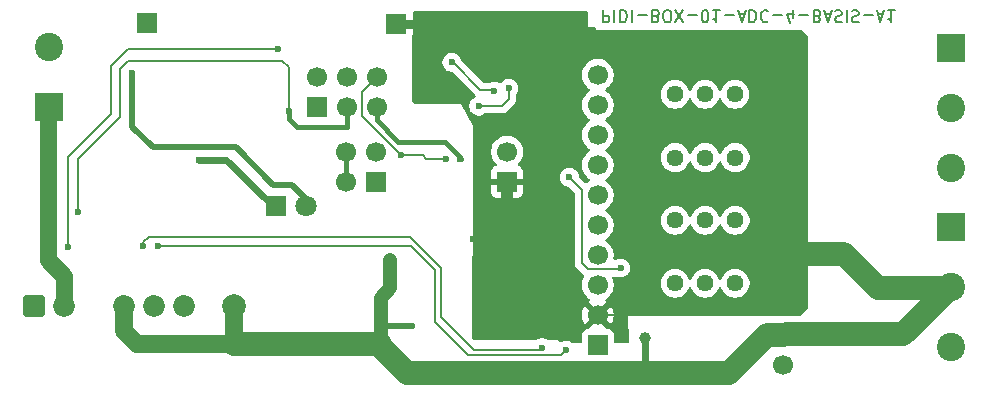
<source format=gbr>
%TF.GenerationSoftware,KiCad,Pcbnew,9.0.6-rc1*%
%TF.CreationDate,2025-10-23T11:59:12+01:00*%
%TF.ProjectId,PIDI-BOX-01-ADC-4-MAIN-A1,50494449-2d42-44f5-982d-30312d414443,rev?*%
%TF.SameCoordinates,Original*%
%TF.FileFunction,Copper,L2,Bot*%
%TF.FilePolarity,Positive*%
%FSLAX46Y46*%
G04 Gerber Fmt 4.6, Leading zero omitted, Abs format (unit mm)*
G04 Created by KiCad (PCBNEW 9.0.6-rc1) date 2025-10-23 11:59:12*
%MOMM*%
%LPD*%
G01*
G04 APERTURE LIST*
G04 Aperture macros list*
%AMRoundRect*
0 Rectangle with rounded corners*
0 $1 Rounding radius*
0 $2 $3 $4 $5 $6 $7 $8 $9 X,Y pos of 4 corners*
0 Add a 4 corners polygon primitive as box body*
4,1,4,$2,$3,$4,$5,$6,$7,$8,$9,$2,$3,0*
0 Add four circle primitives for the rounded corners*
1,1,$1+$1,$2,$3*
1,1,$1+$1,$4,$5*
1,1,$1+$1,$6,$7*
1,1,$1+$1,$8,$9*
0 Add four rect primitives between the rounded corners*
20,1,$1+$1,$2,$3,$4,$5,0*
20,1,$1+$1,$4,$5,$6,$7,0*
20,1,$1+$1,$6,$7,$8,$9,0*
20,1,$1+$1,$8,$9,$2,$3,0*%
G04 Aperture macros list end*
%ADD10C,0.150000*%
%TA.AperFunction,NonConductor*%
%ADD11C,0.150000*%
%TD*%
%TA.AperFunction,ComponentPad*%
%ADD12R,1.800000X1.800000*%
%TD*%
%TA.AperFunction,ComponentPad*%
%ADD13C,1.800000*%
%TD*%
%TA.AperFunction,ComponentPad*%
%ADD14R,1.700000X1.700000*%
%TD*%
%TA.AperFunction,ComponentPad*%
%ADD15C,1.700000*%
%TD*%
%TA.AperFunction,ComponentPad*%
%ADD16R,2.400000X2.400000*%
%TD*%
%TA.AperFunction,ComponentPad*%
%ADD17C,2.400000*%
%TD*%
%TA.AperFunction,ComponentPad*%
%ADD18C,1.440000*%
%TD*%
%TA.AperFunction,ComponentPad*%
%ADD19RoundRect,0.250000X0.675000X-0.675000X0.675000X0.675000X-0.675000X0.675000X-0.675000X-0.675000X0*%
%TD*%
%TA.AperFunction,ComponentPad*%
%ADD20C,1.850000*%
%TD*%
%TA.AperFunction,ViaPad*%
%ADD21C,1.000000*%
%TD*%
%TA.AperFunction,ViaPad*%
%ADD22C,2.000000*%
%TD*%
%TA.AperFunction,ViaPad*%
%ADD23C,0.600000*%
%TD*%
%TA.AperFunction,Conductor*%
%ADD24C,2.000000*%
%TD*%
%TA.AperFunction,Conductor*%
%ADD25C,0.400000*%
%TD*%
%TA.AperFunction,Conductor*%
%ADD26C,1.000000*%
%TD*%
%TA.AperFunction,Conductor*%
%ADD27C,1.500000*%
%TD*%
%TA.AperFunction,Conductor*%
%ADD28C,0.300000*%
%TD*%
%TA.AperFunction,Conductor*%
%ADD29C,0.200000*%
%TD*%
%TA.AperFunction,Conductor*%
%ADD30C,0.800000*%
%TD*%
%TA.AperFunction,Conductor*%
%ADD31C,1.200000*%
%TD*%
%TA.AperFunction,Conductor*%
%ADD32C,0.600000*%
%TD*%
%TA.AperFunction,Conductor*%
%ADD33C,0.500000*%
%TD*%
%TA.AperFunction,Conductor*%
%ADD34C,1.400000*%
%TD*%
G04 APERTURE END LIST*
D10*
D11*
X158686779Y-56630180D02*
X158686779Y-57630180D01*
X158686779Y-57630180D02*
X159067731Y-57630180D01*
X159067731Y-57630180D02*
X159162969Y-57582561D01*
X159162969Y-57582561D02*
X159210588Y-57534942D01*
X159210588Y-57534942D02*
X159258207Y-57439704D01*
X159258207Y-57439704D02*
X159258207Y-57296847D01*
X159258207Y-57296847D02*
X159210588Y-57201609D01*
X159210588Y-57201609D02*
X159162969Y-57153990D01*
X159162969Y-57153990D02*
X159067731Y-57106371D01*
X159067731Y-57106371D02*
X158686779Y-57106371D01*
X159686779Y-56630180D02*
X159686779Y-57630180D01*
X160162969Y-56630180D02*
X160162969Y-57630180D01*
X160162969Y-57630180D02*
X160401064Y-57630180D01*
X160401064Y-57630180D02*
X160543921Y-57582561D01*
X160543921Y-57582561D02*
X160639159Y-57487323D01*
X160639159Y-57487323D02*
X160686778Y-57392085D01*
X160686778Y-57392085D02*
X160734397Y-57201609D01*
X160734397Y-57201609D02*
X160734397Y-57058752D01*
X160734397Y-57058752D02*
X160686778Y-56868276D01*
X160686778Y-56868276D02*
X160639159Y-56773038D01*
X160639159Y-56773038D02*
X160543921Y-56677800D01*
X160543921Y-56677800D02*
X160401064Y-56630180D01*
X160401064Y-56630180D02*
X160162969Y-56630180D01*
X161162969Y-56630180D02*
X161162969Y-57630180D01*
X161639159Y-57011133D02*
X162401064Y-57011133D01*
X163210587Y-57153990D02*
X163353444Y-57106371D01*
X163353444Y-57106371D02*
X163401063Y-57058752D01*
X163401063Y-57058752D02*
X163448682Y-56963514D01*
X163448682Y-56963514D02*
X163448682Y-56820657D01*
X163448682Y-56820657D02*
X163401063Y-56725419D01*
X163401063Y-56725419D02*
X163353444Y-56677800D01*
X163353444Y-56677800D02*
X163258206Y-56630180D01*
X163258206Y-56630180D02*
X162877254Y-56630180D01*
X162877254Y-56630180D02*
X162877254Y-57630180D01*
X162877254Y-57630180D02*
X163210587Y-57630180D01*
X163210587Y-57630180D02*
X163305825Y-57582561D01*
X163305825Y-57582561D02*
X163353444Y-57534942D01*
X163353444Y-57534942D02*
X163401063Y-57439704D01*
X163401063Y-57439704D02*
X163401063Y-57344466D01*
X163401063Y-57344466D02*
X163353444Y-57249228D01*
X163353444Y-57249228D02*
X163305825Y-57201609D01*
X163305825Y-57201609D02*
X163210587Y-57153990D01*
X163210587Y-57153990D02*
X162877254Y-57153990D01*
X164067730Y-57630180D02*
X164258206Y-57630180D01*
X164258206Y-57630180D02*
X164353444Y-57582561D01*
X164353444Y-57582561D02*
X164448682Y-57487323D01*
X164448682Y-57487323D02*
X164496301Y-57296847D01*
X164496301Y-57296847D02*
X164496301Y-56963514D01*
X164496301Y-56963514D02*
X164448682Y-56773038D01*
X164448682Y-56773038D02*
X164353444Y-56677800D01*
X164353444Y-56677800D02*
X164258206Y-56630180D01*
X164258206Y-56630180D02*
X164067730Y-56630180D01*
X164067730Y-56630180D02*
X163972492Y-56677800D01*
X163972492Y-56677800D02*
X163877254Y-56773038D01*
X163877254Y-56773038D02*
X163829635Y-56963514D01*
X163829635Y-56963514D02*
X163829635Y-57296847D01*
X163829635Y-57296847D02*
X163877254Y-57487323D01*
X163877254Y-57487323D02*
X163972492Y-57582561D01*
X163972492Y-57582561D02*
X164067730Y-57630180D01*
X164829635Y-57630180D02*
X165496301Y-56630180D01*
X165496301Y-57630180D02*
X164829635Y-56630180D01*
X165877254Y-57011133D02*
X166639159Y-57011133D01*
X167305825Y-57630180D02*
X167401063Y-57630180D01*
X167401063Y-57630180D02*
X167496301Y-57582561D01*
X167496301Y-57582561D02*
X167543920Y-57534942D01*
X167543920Y-57534942D02*
X167591539Y-57439704D01*
X167591539Y-57439704D02*
X167639158Y-57249228D01*
X167639158Y-57249228D02*
X167639158Y-57011133D01*
X167639158Y-57011133D02*
X167591539Y-56820657D01*
X167591539Y-56820657D02*
X167543920Y-56725419D01*
X167543920Y-56725419D02*
X167496301Y-56677800D01*
X167496301Y-56677800D02*
X167401063Y-56630180D01*
X167401063Y-56630180D02*
X167305825Y-56630180D01*
X167305825Y-56630180D02*
X167210587Y-56677800D01*
X167210587Y-56677800D02*
X167162968Y-56725419D01*
X167162968Y-56725419D02*
X167115349Y-56820657D01*
X167115349Y-56820657D02*
X167067730Y-57011133D01*
X167067730Y-57011133D02*
X167067730Y-57249228D01*
X167067730Y-57249228D02*
X167115349Y-57439704D01*
X167115349Y-57439704D02*
X167162968Y-57534942D01*
X167162968Y-57534942D02*
X167210587Y-57582561D01*
X167210587Y-57582561D02*
X167305825Y-57630180D01*
X168591539Y-56630180D02*
X168020111Y-56630180D01*
X168305825Y-56630180D02*
X168305825Y-57630180D01*
X168305825Y-57630180D02*
X168210587Y-57487323D01*
X168210587Y-57487323D02*
X168115349Y-57392085D01*
X168115349Y-57392085D02*
X168020111Y-57344466D01*
X169020111Y-57011133D02*
X169782016Y-57011133D01*
X170210587Y-56915895D02*
X170686777Y-56915895D01*
X170115349Y-56630180D02*
X170448682Y-57630180D01*
X170448682Y-57630180D02*
X170782015Y-56630180D01*
X171115349Y-56630180D02*
X171115349Y-57630180D01*
X171115349Y-57630180D02*
X171353444Y-57630180D01*
X171353444Y-57630180D02*
X171496301Y-57582561D01*
X171496301Y-57582561D02*
X171591539Y-57487323D01*
X171591539Y-57487323D02*
X171639158Y-57392085D01*
X171639158Y-57392085D02*
X171686777Y-57201609D01*
X171686777Y-57201609D02*
X171686777Y-57058752D01*
X171686777Y-57058752D02*
X171639158Y-56868276D01*
X171639158Y-56868276D02*
X171591539Y-56773038D01*
X171591539Y-56773038D02*
X171496301Y-56677800D01*
X171496301Y-56677800D02*
X171353444Y-56630180D01*
X171353444Y-56630180D02*
X171115349Y-56630180D01*
X172686777Y-56725419D02*
X172639158Y-56677800D01*
X172639158Y-56677800D02*
X172496301Y-56630180D01*
X172496301Y-56630180D02*
X172401063Y-56630180D01*
X172401063Y-56630180D02*
X172258206Y-56677800D01*
X172258206Y-56677800D02*
X172162968Y-56773038D01*
X172162968Y-56773038D02*
X172115349Y-56868276D01*
X172115349Y-56868276D02*
X172067730Y-57058752D01*
X172067730Y-57058752D02*
X172067730Y-57201609D01*
X172067730Y-57201609D02*
X172115349Y-57392085D01*
X172115349Y-57392085D02*
X172162968Y-57487323D01*
X172162968Y-57487323D02*
X172258206Y-57582561D01*
X172258206Y-57582561D02*
X172401063Y-57630180D01*
X172401063Y-57630180D02*
X172496301Y-57630180D01*
X172496301Y-57630180D02*
X172639158Y-57582561D01*
X172639158Y-57582561D02*
X172686777Y-57534942D01*
X173115349Y-57011133D02*
X173877254Y-57011133D01*
X174782015Y-57296847D02*
X174782015Y-56630180D01*
X174543920Y-57677800D02*
X174305825Y-56963514D01*
X174305825Y-56963514D02*
X174924872Y-56963514D01*
X175305825Y-57011133D02*
X176067730Y-57011133D01*
X176877253Y-57153990D02*
X177020110Y-57106371D01*
X177020110Y-57106371D02*
X177067729Y-57058752D01*
X177067729Y-57058752D02*
X177115348Y-56963514D01*
X177115348Y-56963514D02*
X177115348Y-56820657D01*
X177115348Y-56820657D02*
X177067729Y-56725419D01*
X177067729Y-56725419D02*
X177020110Y-56677800D01*
X177020110Y-56677800D02*
X176924872Y-56630180D01*
X176924872Y-56630180D02*
X176543920Y-56630180D01*
X176543920Y-56630180D02*
X176543920Y-57630180D01*
X176543920Y-57630180D02*
X176877253Y-57630180D01*
X176877253Y-57630180D02*
X176972491Y-57582561D01*
X176972491Y-57582561D02*
X177020110Y-57534942D01*
X177020110Y-57534942D02*
X177067729Y-57439704D01*
X177067729Y-57439704D02*
X177067729Y-57344466D01*
X177067729Y-57344466D02*
X177020110Y-57249228D01*
X177020110Y-57249228D02*
X176972491Y-57201609D01*
X176972491Y-57201609D02*
X176877253Y-57153990D01*
X176877253Y-57153990D02*
X176543920Y-57153990D01*
X177496301Y-56915895D02*
X177972491Y-56915895D01*
X177401063Y-56630180D02*
X177734396Y-57630180D01*
X177734396Y-57630180D02*
X178067729Y-56630180D01*
X178353444Y-56677800D02*
X178496301Y-56630180D01*
X178496301Y-56630180D02*
X178734396Y-56630180D01*
X178734396Y-56630180D02*
X178829634Y-56677800D01*
X178829634Y-56677800D02*
X178877253Y-56725419D01*
X178877253Y-56725419D02*
X178924872Y-56820657D01*
X178924872Y-56820657D02*
X178924872Y-56915895D01*
X178924872Y-56915895D02*
X178877253Y-57011133D01*
X178877253Y-57011133D02*
X178829634Y-57058752D01*
X178829634Y-57058752D02*
X178734396Y-57106371D01*
X178734396Y-57106371D02*
X178543920Y-57153990D01*
X178543920Y-57153990D02*
X178448682Y-57201609D01*
X178448682Y-57201609D02*
X178401063Y-57249228D01*
X178401063Y-57249228D02*
X178353444Y-57344466D01*
X178353444Y-57344466D02*
X178353444Y-57439704D01*
X178353444Y-57439704D02*
X178401063Y-57534942D01*
X178401063Y-57534942D02*
X178448682Y-57582561D01*
X178448682Y-57582561D02*
X178543920Y-57630180D01*
X178543920Y-57630180D02*
X178782015Y-57630180D01*
X178782015Y-57630180D02*
X178924872Y-57582561D01*
X179353444Y-56630180D02*
X179353444Y-57630180D01*
X179782015Y-56677800D02*
X179924872Y-56630180D01*
X179924872Y-56630180D02*
X180162967Y-56630180D01*
X180162967Y-56630180D02*
X180258205Y-56677800D01*
X180258205Y-56677800D02*
X180305824Y-56725419D01*
X180305824Y-56725419D02*
X180353443Y-56820657D01*
X180353443Y-56820657D02*
X180353443Y-56915895D01*
X180353443Y-56915895D02*
X180305824Y-57011133D01*
X180305824Y-57011133D02*
X180258205Y-57058752D01*
X180258205Y-57058752D02*
X180162967Y-57106371D01*
X180162967Y-57106371D02*
X179972491Y-57153990D01*
X179972491Y-57153990D02*
X179877253Y-57201609D01*
X179877253Y-57201609D02*
X179829634Y-57249228D01*
X179829634Y-57249228D02*
X179782015Y-57344466D01*
X179782015Y-57344466D02*
X179782015Y-57439704D01*
X179782015Y-57439704D02*
X179829634Y-57534942D01*
X179829634Y-57534942D02*
X179877253Y-57582561D01*
X179877253Y-57582561D02*
X179972491Y-57630180D01*
X179972491Y-57630180D02*
X180210586Y-57630180D01*
X180210586Y-57630180D02*
X180353443Y-57582561D01*
X180782015Y-57011133D02*
X181543920Y-57011133D01*
X181972491Y-56915895D02*
X182448681Y-56915895D01*
X181877253Y-56630180D02*
X182210586Y-57630180D01*
X182210586Y-57630180D02*
X182543919Y-56630180D01*
X183401062Y-56630180D02*
X182829634Y-56630180D01*
X183115348Y-56630180D02*
X183115348Y-57630180D01*
X183115348Y-57630180D02*
X183020110Y-57487323D01*
X183020110Y-57487323D02*
X182924872Y-57392085D01*
X182924872Y-57392085D02*
X182829634Y-57344466D01*
D12*
%TO.P,D3,1,K*%
%TO.N,Net-(D2-K)*%
X131030000Y-73200000D03*
D13*
%TO.P,D3,2,A*%
%TO.N,Net-(D3-A)*%
X133570000Y-73200000D03*
%TD*%
D14*
%TO.P,J10,1,Pin_1*%
%TO.N,Net-(D2-K)*%
X120075000Y-57750000D03*
%TD*%
%TO.P,J1,1,Pin_1*%
%TO.N,+3V3*%
X158275000Y-84975000D03*
D15*
%TO.P,J1,2,Pin_2*%
%TO.N,GND*%
X158275000Y-82435000D03*
%TO.P,J1,3,Pin_3*%
%TO.N,SCL2*%
X158275000Y-79895000D03*
%TO.P,J1,4,Pin_4*%
%TO.N,SDA2*%
X158275000Y-77355000D03*
%TO.P,J1,5,Pin_5*%
%TO.N,ADDR*%
X158275000Y-74815000D03*
%TO.P,J1,6,Pin_6*%
%TO.N,RDY*%
X158275000Y-72275000D03*
%TO.P,J1,7,Pin_7*%
%TO.N,AIN0*%
X158275000Y-69735000D03*
%TO.P,J1,8,Pin_8*%
%TO.N,AIN1*%
X158275000Y-67195000D03*
%TO.P,J1,9,Pin_9*%
%TO.N,AIN2*%
X158275000Y-64655000D03*
%TO.P,J1,10,Pin_10*%
%TO.N,AIN3*%
X158275000Y-62115000D03*
%TD*%
D16*
%TO.P,J6,1,1*%
%TO.N,Net-(J6-Pad1)*%
X188163200Y-59791600D03*
D17*
%TO.P,J6,2,2*%
%TO.N,Net-(J6-Pad2)*%
X188163200Y-64871600D03*
%TO.P,J6,3,3*%
%TO.N,Net-(J6-Pad3)*%
X188163200Y-69951600D03*
%TD*%
D16*
%TO.P,J7,1,1*%
%TO.N,Net-(J7-Pad1)*%
X188163200Y-74980800D03*
D17*
%TO.P,J7,2,2*%
%TO.N,GND*%
X188163200Y-80060800D03*
%TO.P,J7,3,3*%
%TO.N,+4-7Vext*%
X188163200Y-85140800D03*
%TD*%
D14*
%TO.P,J3,1,Pin_1*%
%TO.N,Net-(J3-Pin_1)*%
X139500000Y-71150000D03*
D15*
%TO.P,J3,2,Pin_2*%
%TO.N,Net-(J3-Pin_2)*%
X136960000Y-71150000D03*
%TO.P,J3,3,Pin_3*%
%TO.N,Net-(J3-Pin_3)*%
X139500000Y-68610000D03*
%TO.P,J3,4,Pin_4*%
%TO.N,Net-(J3-Pin_2)*%
X136960000Y-68610000D03*
%TD*%
D16*
%TO.P,J8,1,1*%
%TO.N,Net-(D2-K)*%
X111810800Y-64820800D03*
D17*
%TO.P,J8,2,2*%
%TO.N,Net-(D4-A)*%
X111810800Y-59740800D03*
%TD*%
D14*
%TO.P,J9,1,Pin_1*%
%TO.N,GND*%
X141150000Y-57800000D03*
%TD*%
%TO.P,J5,1,Pin_1*%
%TO.N,GND*%
X150597000Y-71150800D03*
D15*
%TO.P,J5,2,Pin_2*%
%TO.N,ADDR*%
X150597000Y-68610800D03*
%TD*%
D18*
%TO.P,RV3,1,1*%
%TO.N,Net-(R21-Pad2)*%
X164820000Y-69100000D03*
%TO.P,RV3,2,2*%
%TO.N,Net-(R12-Pad1)*%
X167360000Y-69100000D03*
%TO.P,RV3,3,3*%
%TO.N,Net-(R16-Pad1)*%
X169900000Y-69100000D03*
%TD*%
D19*
%TO.P,PS1,1,+Vin*%
%TO.N,Net-(PS1-+Vin)*%
X110580000Y-81667500D03*
D20*
%TO.P,PS1,2,-Vin*%
%TO.N,Net-(D2-K)*%
X113120000Y-81667500D03*
%TO.P,PS1,4,-Vout*%
%TO.N,GND*%
X118200000Y-81667500D03*
%TO.P,PS1,5,0V*%
%TO.N,unconnected-(PS1-0V-Pad5)*%
X120740000Y-81667500D03*
%TO.P,PS1,6,+Vout*%
%TO.N,+9V*%
X123280000Y-81667500D03*
%TD*%
D18*
%TO.P,RV4,1,1*%
%TO.N,Net-(R22-Pad2)*%
X164820000Y-74425000D03*
%TO.P,RV4,2,2*%
%TO.N,Net-(R13-Pad1)*%
X167360000Y-74425000D03*
%TO.P,RV4,3,3*%
%TO.N,Net-(R17-Pad1)*%
X169900000Y-74425000D03*
%TD*%
D14*
%TO.P,J2,1,Pin_1*%
%TO.N,/+5V I2C BUS*%
X134467600Y-64846200D03*
D15*
%TO.P,J2,2,Pin_2*%
%TO.N,Net-(J2-Pin_2)*%
X134467600Y-62306200D03*
%TO.P,J2,3,Pin_3*%
%TO.N,Net-(IC1-E)*%
X137007600Y-64846200D03*
%TO.P,J2,4,Pin_4*%
%TO.N,Net-(J2-Pin_4)*%
X137007600Y-62306200D03*
%TO.P,J2,5,Pin_5*%
%TO.N,Net-(IC1-E)*%
X139547600Y-64846200D03*
%TO.P,J2,6,Pin_6*%
%TO.N,Net-(J2-Pin_6)*%
X139547600Y-62306200D03*
%TD*%
D18*
%TO.P,RV5,1,1*%
%TO.N,Net-(R23-Pad2)*%
X164820000Y-79750000D03*
%TO.P,RV5,2,2*%
%TO.N,Net-(R14-Pad1)*%
X167360000Y-79750000D03*
%TO.P,RV5,3,3*%
%TO.N,Net-(R18-Pad1)*%
X169900000Y-79750000D03*
%TD*%
D14*
%TO.P,J4,1,Pin_1*%
%TO.N,GND*%
X173939200Y-84099400D03*
D15*
%TO.P,J4,2,Pin_2*%
%TO.N,+4-7Vext*%
X173939200Y-86639400D03*
%TD*%
D18*
%TO.P,RV2,1,1*%
%TO.N,Net-(R20-Pad2)*%
X164810000Y-63750000D03*
%TO.P,RV2,2,2*%
%TO.N,Net-(R11-Pad1)*%
X167350000Y-63750000D03*
%TO.P,RV2,3,3*%
%TO.N,Net-(R15-Pad1)*%
X169890000Y-63750000D03*
%TD*%
D21*
%TO.N,GND*%
X162250000Y-84375000D03*
D22*
X127450000Y-81700000D03*
D23*
X154381200Y-66450000D03*
X147764800Y-60121800D03*
X147725000Y-75975000D03*
X162382200Y-80568800D03*
X154800000Y-72850000D03*
X161569400Y-58801000D03*
X162433000Y-74003200D03*
X142525000Y-83350000D03*
X162433000Y-67577000D03*
D21*
X151800000Y-81575000D03*
D23*
X140683000Y-77775000D03*
X154414789Y-60737714D03*
D21*
X150350000Y-76350000D03*
D23*
%TO.N,Net-(IC1-E)*%
X114225000Y-73750000D03*
X146650000Y-69250000D03*
X132125000Y-65200000D03*
%TO.N,Net-(D2-K)*%
X124484200Y-69265800D03*
%TO.N,Net-(J2-Pin_6)*%
X145450000Y-69250000D03*
X141625000Y-68925000D03*
%TO.N,Net-(IC1-C)*%
X113450000Y-76700000D03*
X131200000Y-59875675D03*
%TO.N,SDA2*%
X145925000Y-61037500D03*
X149525000Y-63475000D03*
%TO.N,+3V3*%
X150750000Y-63250000D03*
X148200000Y-64743000D03*
%TO.N,Net-(D3-A)*%
X118850000Y-61927000D03*
%TO.N,Net-(IC1-Pad1)*%
X153550000Y-85200000D03*
X119800000Y-76600000D03*
%TO.N,Net-(Q1-C)*%
X155875000Y-70775000D03*
X121000000Y-76550000D03*
X160200000Y-78450000D03*
X155625000Y-85425000D03*
%TD*%
D24*
%TO.N,GND*%
X174218600Y-84074000D02*
X184150000Y-84074000D01*
D25*
X147725000Y-75975000D02*
X148100000Y-76350000D01*
D24*
X127450000Y-84850000D02*
X139637800Y-84850000D01*
D26*
X148500000Y-83750000D02*
X148700000Y-83550000D01*
D25*
X148900000Y-59325000D02*
X149144600Y-59080400D01*
D24*
X142112800Y-87325000D02*
X139700000Y-84912200D01*
D27*
X162433000Y-67577000D02*
X162433000Y-74003200D01*
D28*
X150617000Y-71170800D02*
X150597000Y-71150800D01*
D29*
X158425000Y-82500000D02*
X158490000Y-82435000D01*
D28*
X154699000Y-58801000D02*
X161569400Y-58801000D01*
D30*
X148500000Y-83750000D02*
X148900000Y-83750000D01*
D27*
X118200000Y-83750000D02*
X118200000Y-81667500D01*
D28*
X162382200Y-80568800D02*
X162433000Y-80518000D01*
D31*
X140683000Y-77775000D02*
X140700000Y-77792000D01*
D29*
X160516000Y-82435000D02*
X162382200Y-80568800D01*
D30*
X147375000Y-57800000D02*
X148900000Y-59325000D01*
D25*
X148900000Y-59850000D02*
X148900000Y-59325000D01*
D24*
X179104000Y-77250000D02*
X163483000Y-77250000D01*
D25*
X147764800Y-60121800D02*
X148628200Y-60121800D01*
D31*
X140700000Y-77792000D02*
X140700000Y-80158200D01*
D27*
X162433000Y-80518000D02*
X162433000Y-74003200D01*
D32*
X162250000Y-84375000D02*
X162250000Y-87325000D01*
D24*
X173939200Y-84099400D02*
X172593000Y-84099400D01*
D28*
X154400000Y-59100000D02*
X154699000Y-58801000D01*
D24*
X184150000Y-84074000D02*
X188163200Y-80060800D01*
D28*
X154381200Y-70993000D02*
X154203400Y-71170800D01*
D29*
X154800000Y-72850000D02*
X154203400Y-72253400D01*
D26*
X151800000Y-81575000D02*
X150597000Y-80372000D01*
D33*
X142525000Y-83350000D02*
X139883000Y-83350000D01*
D28*
X154400000Y-59100000D02*
X154381200Y-59118800D01*
D31*
X139883000Y-84836000D02*
X139806800Y-84912200D01*
D27*
X127450000Y-81700000D02*
X127450000Y-84850000D01*
D24*
X139744600Y-84850000D02*
X139806800Y-84912200D01*
D25*
X149144600Y-59080400D02*
X154380400Y-59080400D01*
D24*
X163483000Y-77250000D02*
X162433000Y-76200000D01*
D29*
X154203400Y-72253400D02*
X154203400Y-71170800D01*
D24*
X172593000Y-84099400D02*
X169367400Y-87325000D01*
X169367400Y-87325000D02*
X142112800Y-87325000D01*
D28*
X162433000Y-67577000D02*
X162407600Y-67551600D01*
D31*
X139883000Y-80975200D02*
X139883000Y-83350000D01*
D24*
X181965600Y-80111600D02*
X179104000Y-77250000D01*
D28*
X154381200Y-59118800D02*
X154381200Y-66450000D01*
D26*
X150597000Y-80372000D02*
X150597000Y-71150800D01*
D30*
X141150000Y-57800000D02*
X147375000Y-57800000D01*
D27*
X119300000Y-84850000D02*
X118200000Y-83750000D01*
D25*
X154380400Y-59080400D02*
X154400000Y-59100000D01*
D29*
X158490000Y-82435000D02*
X160516000Y-82435000D01*
D28*
X154203400Y-71170800D02*
X150617000Y-71170800D01*
X154381200Y-66450000D02*
X154381200Y-70993000D01*
D25*
X148628200Y-60121800D02*
X148900000Y-59850000D01*
D31*
X139883000Y-83350000D02*
X139883000Y-84836000D01*
X140700000Y-80158200D02*
X139883000Y-80975200D01*
D24*
X188112400Y-80111600D02*
X181965600Y-80111600D01*
D27*
X162407600Y-67551600D02*
X162407600Y-59639200D01*
X127450000Y-84850000D02*
X119300000Y-84850000D01*
D26*
X188163200Y-80060800D02*
X188112400Y-80111600D01*
D30*
X162407600Y-59639200D02*
X161569400Y-58801000D01*
D25*
X148100000Y-76350000D02*
X150350000Y-76350000D01*
%TO.N,Net-(J3-Pin_2)*%
X136960000Y-68610000D02*
X136960000Y-71150000D01*
D29*
%TO.N,Net-(IC1-E)*%
X131575000Y-60900000D02*
X132125000Y-61450000D01*
X118500000Y-60900000D02*
X131575000Y-60900000D01*
D25*
X146650000Y-69050000D02*
X146650000Y-69250000D01*
D29*
X117800000Y-65650000D02*
X117800000Y-61600000D01*
X114250000Y-69200000D02*
X117800000Y-65650000D01*
X132125000Y-61450000D02*
X132125000Y-65200000D01*
X114225000Y-73750000D02*
X114250000Y-73725000D01*
D25*
X139547600Y-64846200D02*
X139547600Y-65897600D01*
X137007600Y-66550000D02*
X137007600Y-64846200D01*
D29*
X117800000Y-61600000D02*
X118500000Y-60900000D01*
D25*
X132125000Y-65200000D02*
X132125000Y-65875000D01*
D29*
X114250000Y-73725000D02*
X114250000Y-69200000D01*
D25*
X139547600Y-65897600D02*
X141400000Y-67750000D01*
X141400000Y-67750000D02*
X145350000Y-67750000D01*
X132800000Y-66550000D02*
X137007600Y-66550000D01*
X132125000Y-65875000D02*
X132800000Y-66550000D01*
X145350000Y-67750000D02*
X146650000Y-69050000D01*
X146650000Y-69250000D02*
X146700000Y-69250000D01*
D34*
%TO.N,Net-(D2-K)*%
X113100000Y-81647500D02*
X113120000Y-81667500D01*
X113100000Y-79150000D02*
X113100000Y-81647500D01*
D32*
X130835000Y-73200000D02*
X131030000Y-73200000D01*
X126815800Y-69265800D02*
X130200000Y-72650000D01*
X124484200Y-69265800D02*
X126815800Y-69265800D01*
D34*
X111810800Y-64820800D02*
X111750000Y-64881600D01*
D32*
X130285000Y-72650000D02*
X130835000Y-73200000D01*
X130200000Y-72650000D02*
X130285000Y-72650000D01*
D34*
X111750000Y-64881600D02*
X111750000Y-77800000D01*
X111750000Y-77800000D02*
X113100000Y-79150000D01*
D29*
%TO.N,Net-(J2-Pin_6)*%
X141625000Y-68925000D02*
X138303000Y-65603000D01*
X143439950Y-68925000D02*
X141625000Y-68925000D01*
X138303000Y-65603000D02*
X138303000Y-63550800D01*
X143764950Y-69250000D02*
X143439950Y-68925000D01*
X138303000Y-63550800D02*
X139547600Y-62306200D01*
X145450000Y-69250000D02*
X143950000Y-69250000D01*
X145450000Y-69250000D02*
X143764950Y-69250000D01*
%TO.N,Net-(IC1-C)*%
X117050000Y-65450000D02*
X113450000Y-69050000D01*
X117050000Y-61350000D02*
X117050000Y-65450000D01*
X131200000Y-59875675D02*
X118524325Y-59875675D01*
X118524325Y-59875675D02*
X117050000Y-61350000D01*
X113450000Y-69050000D02*
X113450000Y-76700000D01*
%TO.N,SDA2*%
X145925000Y-61037500D02*
X145987500Y-61037500D01*
X145987500Y-61037500D02*
X148323000Y-63373000D01*
X148323000Y-63373000D02*
X149423000Y-63373000D01*
X149423000Y-63373000D02*
X149525000Y-63475000D01*
%TO.N,+3V3*%
X148200000Y-64743000D02*
X150182000Y-64743000D01*
X150182000Y-64743000D02*
X150750000Y-64175000D01*
X150750000Y-64175000D02*
X150750000Y-63250000D01*
D33*
%TO.N,Net-(D3-A)*%
X133570000Y-73305000D02*
X133525000Y-73350000D01*
X132395000Y-71400000D02*
X133570000Y-72575000D01*
X133570000Y-72575000D02*
X133570000Y-73305000D01*
X118850000Y-61927000D02*
X118850000Y-66500000D01*
X120575000Y-68225000D02*
X127625000Y-68225000D01*
X118850000Y-66500000D02*
X120575000Y-68225000D01*
X127625000Y-68225000D02*
X130800000Y-71400000D01*
X130800000Y-71400000D02*
X132395000Y-71400000D01*
D29*
%TO.N,Net-(IC1-Pad1)*%
X142400000Y-75800000D02*
X120249943Y-75800000D01*
X119800000Y-76249943D02*
X119800000Y-76600000D01*
X145033550Y-78433550D02*
X142400000Y-75800000D01*
X153550000Y-85200000D02*
X153375000Y-85375000D01*
X147775000Y-85375000D02*
X145033550Y-82633550D01*
X145033550Y-82633550D02*
X145033550Y-78433550D01*
X153375000Y-85375000D02*
X147775000Y-85375000D01*
X120249943Y-75800000D02*
X119800000Y-76249943D01*
%TO.N,Net-(Q1-C)*%
X144500000Y-83050000D02*
X144500000Y-78600000D01*
X144500000Y-78600000D02*
X142450000Y-76550000D01*
X155875000Y-70775000D02*
X156925000Y-71825000D01*
X147300000Y-85850000D02*
X144500000Y-83050000D01*
X156925000Y-71825000D02*
X156925000Y-78050000D01*
X157450000Y-78575000D02*
X160075000Y-78575000D01*
X155200000Y-85850000D02*
X147300000Y-85850000D01*
X155625000Y-85425000D02*
X155200000Y-85850000D01*
X142450000Y-76550000D02*
X121000000Y-76550000D01*
X156925000Y-78050000D02*
X157450000Y-78575000D01*
X160075000Y-78575000D02*
X160200000Y-78450000D01*
%TD*%
%TA.AperFunction,Conductor*%
%TO.N,GND*%
G36*
X157393039Y-56719685D02*
G01*
X157438794Y-56772489D01*
X157450000Y-56824000D01*
X157450000Y-58050000D01*
X157982279Y-58050000D01*
X158049318Y-58069685D01*
X158095073Y-58122489D01*
X158106279Y-58174000D01*
X158106279Y-58259155D01*
X175507793Y-58259155D01*
X175574832Y-58278840D01*
X175595474Y-58295474D01*
X176013681Y-58713681D01*
X176047166Y-58775004D01*
X176050000Y-58801362D01*
X176050000Y-81848638D01*
X176030315Y-81915677D01*
X176013681Y-81936319D01*
X175436319Y-82513681D01*
X175374996Y-82547166D01*
X175348638Y-82550000D01*
X160795349Y-82550000D01*
X160891837Y-84624500D01*
X160893965Y-84670239D01*
X160877417Y-84738120D01*
X160826795Y-84786279D01*
X160770099Y-84800000D01*
X160050000Y-84800000D01*
X159749499Y-84800000D01*
X159682460Y-84780315D01*
X159636705Y-84727511D01*
X159625499Y-84676000D01*
X159625499Y-84077129D01*
X159625498Y-84077123D01*
X159625497Y-84077116D01*
X159619091Y-84017517D01*
X159568796Y-83882669D01*
X159568795Y-83882668D01*
X159568793Y-83882664D01*
X159482547Y-83767455D01*
X159482544Y-83767452D01*
X159367335Y-83681206D01*
X159367328Y-83681202D01*
X159232482Y-83630908D01*
X159232483Y-83630908D01*
X159172883Y-83624501D01*
X159172881Y-83624500D01*
X159172873Y-83624500D01*
X159172865Y-83624500D01*
X159162309Y-83624500D01*
X159095270Y-83604815D01*
X159074628Y-83588181D01*
X158404408Y-82917962D01*
X158467993Y-82900925D01*
X158582007Y-82835099D01*
X158675099Y-82742007D01*
X158740925Y-82627993D01*
X158757962Y-82564409D01*
X159390270Y-83196717D01*
X159390270Y-83196716D01*
X159429622Y-83142554D01*
X159526095Y-82953217D01*
X159591757Y-82751130D01*
X159591757Y-82751127D01*
X159625000Y-82541246D01*
X159625000Y-82328753D01*
X159591757Y-82118872D01*
X159591757Y-82118869D01*
X159526095Y-81916782D01*
X159429624Y-81727449D01*
X159390270Y-81673282D01*
X159390269Y-81673282D01*
X158757962Y-82305590D01*
X158740925Y-82242007D01*
X158675099Y-82127993D01*
X158582007Y-82034901D01*
X158467993Y-81969075D01*
X158404409Y-81952037D01*
X159036716Y-81319728D01*
X158982547Y-81280373D01*
X158982547Y-81280372D01*
X158973500Y-81275763D01*
X158922706Y-81227788D01*
X158905912Y-81159966D01*
X158928451Y-81093832D01*
X158973508Y-81054793D01*
X158982816Y-81050051D01*
X159062007Y-80992515D01*
X159154786Y-80925109D01*
X159154788Y-80925106D01*
X159154792Y-80925104D01*
X159305104Y-80774792D01*
X159305106Y-80774788D01*
X159305109Y-80774786D01*
X159430048Y-80602820D01*
X159430047Y-80602820D01*
X159430051Y-80602816D01*
X159526557Y-80413412D01*
X159592246Y-80211243D01*
X159625500Y-80001287D01*
X159625500Y-79788713D01*
X159604155Y-79653945D01*
X163599500Y-79653945D01*
X163599500Y-79846054D01*
X163629553Y-80035802D01*
X163688916Y-80218506D01*
X163688918Y-80218509D01*
X163776135Y-80389681D01*
X163889055Y-80545102D01*
X164024898Y-80680945D01*
X164180319Y-80793865D01*
X164351491Y-80881082D01*
X164351493Y-80881083D01*
X164442845Y-80910764D01*
X164534199Y-80940447D01*
X164723945Y-80970500D01*
X164723946Y-80970500D01*
X164916054Y-80970500D01*
X164916055Y-80970500D01*
X165105801Y-80940447D01*
X165288509Y-80881082D01*
X165459681Y-80793865D01*
X165615102Y-80680945D01*
X165750945Y-80545102D01*
X165863865Y-80389681D01*
X165951082Y-80218509D01*
X165953443Y-80211243D01*
X165972069Y-80153919D01*
X166011506Y-80096243D01*
X166075864Y-80069044D01*
X166144711Y-80080958D01*
X166196187Y-80128202D01*
X166207931Y-80153919D01*
X166228915Y-80218504D01*
X166228918Y-80218509D01*
X166316135Y-80389681D01*
X166429055Y-80545102D01*
X166564898Y-80680945D01*
X166720319Y-80793865D01*
X166891491Y-80881082D01*
X166891493Y-80881083D01*
X166982845Y-80910764D01*
X167074199Y-80940447D01*
X167263945Y-80970500D01*
X167263946Y-80970500D01*
X167456054Y-80970500D01*
X167456055Y-80970500D01*
X167645801Y-80940447D01*
X167828509Y-80881082D01*
X167999681Y-80793865D01*
X168155102Y-80680945D01*
X168290945Y-80545102D01*
X168403865Y-80389681D01*
X168491082Y-80218509D01*
X168493443Y-80211243D01*
X168512069Y-80153919D01*
X168551506Y-80096243D01*
X168615864Y-80069044D01*
X168684711Y-80080958D01*
X168736187Y-80128202D01*
X168747931Y-80153919D01*
X168768915Y-80218504D01*
X168768918Y-80218509D01*
X168856135Y-80389681D01*
X168969055Y-80545102D01*
X169104898Y-80680945D01*
X169260319Y-80793865D01*
X169431491Y-80881082D01*
X169431493Y-80881083D01*
X169522845Y-80910764D01*
X169614199Y-80940447D01*
X169803945Y-80970500D01*
X169803946Y-80970500D01*
X169996054Y-80970500D01*
X169996055Y-80970500D01*
X170185801Y-80940447D01*
X170368509Y-80881082D01*
X170539681Y-80793865D01*
X170695102Y-80680945D01*
X170830945Y-80545102D01*
X170943865Y-80389681D01*
X171031082Y-80218509D01*
X171090447Y-80035801D01*
X171120500Y-79846055D01*
X171120500Y-79653945D01*
X171090447Y-79464199D01*
X171053670Y-79351011D01*
X171031083Y-79281493D01*
X170999617Y-79219738D01*
X170943865Y-79110319D01*
X170830945Y-78954898D01*
X170695102Y-78819055D01*
X170539681Y-78706135D01*
X170495236Y-78683489D01*
X170368506Y-78618916D01*
X170185802Y-78559553D01*
X170090928Y-78544526D01*
X169996055Y-78529500D01*
X169803945Y-78529500D01*
X169752899Y-78537585D01*
X169614197Y-78559553D01*
X169431493Y-78618916D01*
X169260318Y-78706135D01*
X169171645Y-78770560D01*
X169104898Y-78819055D01*
X169104896Y-78819057D01*
X169104895Y-78819057D01*
X168969057Y-78954895D01*
X168969057Y-78954896D01*
X168969055Y-78954898D01*
X168920560Y-79021645D01*
X168856135Y-79110318D01*
X168768916Y-79281493D01*
X168747931Y-79346081D01*
X168708494Y-79403756D01*
X168644135Y-79430955D01*
X168575289Y-79419041D01*
X168523813Y-79371797D01*
X168512069Y-79346081D01*
X168491083Y-79281493D01*
X168459617Y-79219738D01*
X168403865Y-79110319D01*
X168290945Y-78954898D01*
X168155102Y-78819055D01*
X167999681Y-78706135D01*
X167955236Y-78683489D01*
X167828506Y-78618916D01*
X167645802Y-78559553D01*
X167550928Y-78544526D01*
X167456055Y-78529500D01*
X167263945Y-78529500D01*
X167212899Y-78537585D01*
X167074197Y-78559553D01*
X166891493Y-78618916D01*
X166720318Y-78706135D01*
X166631645Y-78770560D01*
X166564898Y-78819055D01*
X166564896Y-78819057D01*
X166564895Y-78819057D01*
X166429057Y-78954895D01*
X166429057Y-78954896D01*
X166429055Y-78954898D01*
X166380560Y-79021645D01*
X166316135Y-79110318D01*
X166228916Y-79281493D01*
X166207931Y-79346081D01*
X166168494Y-79403756D01*
X166104135Y-79430955D01*
X166035289Y-79419041D01*
X165983813Y-79371797D01*
X165972069Y-79346081D01*
X165951083Y-79281493D01*
X165919617Y-79219738D01*
X165863865Y-79110319D01*
X165750945Y-78954898D01*
X165615102Y-78819055D01*
X165459681Y-78706135D01*
X165415236Y-78683489D01*
X165288506Y-78618916D01*
X165105802Y-78559553D01*
X165010928Y-78544526D01*
X164916055Y-78529500D01*
X164723945Y-78529500D01*
X164672899Y-78537585D01*
X164534197Y-78559553D01*
X164351493Y-78618916D01*
X164180318Y-78706135D01*
X164091645Y-78770560D01*
X164024898Y-78819055D01*
X164024896Y-78819057D01*
X164024895Y-78819057D01*
X163889057Y-78954895D01*
X163889057Y-78954896D01*
X163889055Y-78954898D01*
X163840560Y-79021645D01*
X163776135Y-79110318D01*
X163688916Y-79281493D01*
X163629553Y-79464197D01*
X163599500Y-79653945D01*
X159604155Y-79653945D01*
X159592246Y-79578757D01*
X159526557Y-79376588D01*
X159524116Y-79371797D01*
X159515962Y-79355793D01*
X159515454Y-79353088D01*
X159513654Y-79351011D01*
X159509046Y-79318963D01*
X159503067Y-79287124D01*
X159504101Y-79284575D01*
X159503710Y-79281853D01*
X159517162Y-79252395D01*
X159529344Y-79222384D01*
X159531592Y-79220799D01*
X159532735Y-79218297D01*
X159559982Y-79200786D01*
X159586451Y-79182128D01*
X159589906Y-79181555D01*
X159591513Y-79180523D01*
X159626448Y-79175500D01*
X159835040Y-79175500D01*
X159882492Y-79184939D01*
X159966498Y-79219735D01*
X159966503Y-79219737D01*
X160121153Y-79250499D01*
X160121156Y-79250500D01*
X160121158Y-79250500D01*
X160278844Y-79250500D01*
X160278845Y-79250499D01*
X160433497Y-79219737D01*
X160579179Y-79159394D01*
X160710289Y-79071789D01*
X160821789Y-78960289D01*
X160909394Y-78829179D01*
X160913588Y-78819055D01*
X160969735Y-78683501D01*
X160969737Y-78683497D01*
X161000500Y-78528842D01*
X161000500Y-78371158D01*
X161000500Y-78371155D01*
X161000499Y-78371153D01*
X160994942Y-78343215D01*
X160969737Y-78216503D01*
X160933515Y-78129054D01*
X160909397Y-78070827D01*
X160909390Y-78070814D01*
X160821789Y-77939711D01*
X160821786Y-77939707D01*
X160710292Y-77828213D01*
X160710288Y-77828210D01*
X160579185Y-77740609D01*
X160579172Y-77740602D01*
X160433501Y-77680264D01*
X160433489Y-77680261D01*
X160278845Y-77649500D01*
X160278842Y-77649500D01*
X160121158Y-77649500D01*
X160121155Y-77649500D01*
X159966510Y-77680261D01*
X159966498Y-77680264D01*
X159820827Y-77740602D01*
X159820811Y-77740611D01*
X159788616Y-77762123D01*
X159721939Y-77783000D01*
X159654559Y-77764515D01*
X159607869Y-77712535D01*
X159596694Y-77643565D01*
X159597254Y-77639622D01*
X159625500Y-77461286D01*
X159625500Y-77248713D01*
X159592246Y-77038760D01*
X159592246Y-77038757D01*
X159526557Y-76836588D01*
X159430051Y-76647184D01*
X159430049Y-76647181D01*
X159430048Y-76647179D01*
X159305109Y-76475213D01*
X159154786Y-76324890D01*
X158982820Y-76199951D01*
X158982115Y-76199591D01*
X158974054Y-76195485D01*
X158923259Y-76147512D01*
X158906463Y-76079692D01*
X158928999Y-76013556D01*
X158974054Y-75974515D01*
X158982816Y-75970051D01*
X159024500Y-75939766D01*
X159154786Y-75845109D01*
X159154788Y-75845106D01*
X159154792Y-75845104D01*
X159305104Y-75694792D01*
X159305106Y-75694788D01*
X159305109Y-75694786D01*
X159430048Y-75522820D01*
X159430047Y-75522820D01*
X159430051Y-75522816D01*
X159526557Y-75333412D01*
X159592246Y-75131243D01*
X159625500Y-74921287D01*
X159625500Y-74708713D01*
X159592246Y-74498757D01*
X159537070Y-74328945D01*
X163599500Y-74328945D01*
X163599500Y-74521054D01*
X163629553Y-74710802D01*
X163688916Y-74893506D01*
X163776135Y-75064681D01*
X163889055Y-75220102D01*
X164024898Y-75355945D01*
X164180319Y-75468865D01*
X164286211Y-75522820D01*
X164351493Y-75556083D01*
X164442845Y-75585764D01*
X164534199Y-75615447D01*
X164723945Y-75645500D01*
X164723946Y-75645500D01*
X164916054Y-75645500D01*
X164916055Y-75645500D01*
X165105801Y-75615447D01*
X165288509Y-75556082D01*
X165459681Y-75468865D01*
X165615102Y-75355945D01*
X165750945Y-75220102D01*
X165863865Y-75064681D01*
X165951082Y-74893509D01*
X165951084Y-74893504D01*
X165972069Y-74828919D01*
X166011506Y-74771243D01*
X166075864Y-74744044D01*
X166144711Y-74755958D01*
X166196187Y-74803202D01*
X166207931Y-74828919D01*
X166228915Y-74893504D01*
X166316135Y-75064681D01*
X166429055Y-75220102D01*
X166564898Y-75355945D01*
X166720319Y-75468865D01*
X166826211Y-75522820D01*
X166891493Y-75556083D01*
X166982845Y-75585764D01*
X167074199Y-75615447D01*
X167263945Y-75645500D01*
X167263946Y-75645500D01*
X167456054Y-75645500D01*
X167456055Y-75645500D01*
X167645801Y-75615447D01*
X167828509Y-75556082D01*
X167999681Y-75468865D01*
X168155102Y-75355945D01*
X168290945Y-75220102D01*
X168403865Y-75064681D01*
X168491082Y-74893509D01*
X168491084Y-74893504D01*
X168512069Y-74828919D01*
X168551506Y-74771243D01*
X168615864Y-74744044D01*
X168684711Y-74755958D01*
X168736187Y-74803202D01*
X168747931Y-74828919D01*
X168768915Y-74893504D01*
X168856135Y-75064681D01*
X168969055Y-75220102D01*
X169104898Y-75355945D01*
X169260319Y-75468865D01*
X169366211Y-75522820D01*
X169431493Y-75556083D01*
X169522845Y-75585764D01*
X169614199Y-75615447D01*
X169803945Y-75645500D01*
X169803946Y-75645500D01*
X169996054Y-75645500D01*
X169996055Y-75645500D01*
X170185801Y-75615447D01*
X170368509Y-75556082D01*
X170539681Y-75468865D01*
X170695102Y-75355945D01*
X170830945Y-75220102D01*
X170943865Y-75064681D01*
X171031082Y-74893509D01*
X171090447Y-74710801D01*
X171120500Y-74521055D01*
X171120500Y-74328945D01*
X171090447Y-74139199D01*
X171060424Y-74046797D01*
X171031083Y-73956493D01*
X170943864Y-73785318D01*
X170830945Y-73629898D01*
X170695102Y-73494055D01*
X170539681Y-73381135D01*
X170368506Y-73293916D01*
X170185802Y-73234553D01*
X170090928Y-73219526D01*
X169996055Y-73204500D01*
X169803945Y-73204500D01*
X169740696Y-73214517D01*
X169614197Y-73234553D01*
X169431493Y-73293916D01*
X169260318Y-73381135D01*
X169192996Y-73430048D01*
X169104898Y-73494055D01*
X169104896Y-73494057D01*
X169104895Y-73494057D01*
X168969057Y-73629895D01*
X168969057Y-73629896D01*
X168969055Y-73629898D01*
X168925219Y-73690233D01*
X168856135Y-73785318D01*
X168768916Y-73956493D01*
X168747931Y-74021081D01*
X168708494Y-74078756D01*
X168644135Y-74105955D01*
X168575289Y-74094041D01*
X168523813Y-74046797D01*
X168512069Y-74021081D01*
X168491083Y-73956493D01*
X168403864Y-73785318D01*
X168290945Y-73629898D01*
X168155102Y-73494055D01*
X167999681Y-73381135D01*
X167828506Y-73293916D01*
X167645802Y-73234553D01*
X167550928Y-73219526D01*
X167456055Y-73204500D01*
X167263945Y-73204500D01*
X167200696Y-73214517D01*
X167074197Y-73234553D01*
X166891493Y-73293916D01*
X166720318Y-73381135D01*
X166652996Y-73430048D01*
X166564898Y-73494055D01*
X166564896Y-73494057D01*
X166564895Y-73494057D01*
X166429057Y-73629895D01*
X166429057Y-73629896D01*
X166429055Y-73629898D01*
X166385219Y-73690233D01*
X166316135Y-73785318D01*
X166228916Y-73956493D01*
X166207931Y-74021081D01*
X166168494Y-74078756D01*
X166104135Y-74105955D01*
X166035289Y-74094041D01*
X165983813Y-74046797D01*
X165972069Y-74021081D01*
X165951083Y-73956493D01*
X165863864Y-73785318D01*
X165750945Y-73629898D01*
X165615102Y-73494055D01*
X165459681Y-73381135D01*
X165288506Y-73293916D01*
X165105802Y-73234553D01*
X165010928Y-73219526D01*
X164916055Y-73204500D01*
X164723945Y-73204500D01*
X164660696Y-73214517D01*
X164534197Y-73234553D01*
X164351493Y-73293916D01*
X164180318Y-73381135D01*
X164112996Y-73430048D01*
X164024898Y-73494055D01*
X164024896Y-73494057D01*
X164024895Y-73494057D01*
X163889057Y-73629895D01*
X163889057Y-73629896D01*
X163889055Y-73629898D01*
X163845219Y-73690233D01*
X163776135Y-73785318D01*
X163688916Y-73956493D01*
X163629553Y-74139197D01*
X163599500Y-74328945D01*
X159537070Y-74328945D01*
X159526557Y-74296588D01*
X159430051Y-74107184D01*
X159430049Y-74107181D01*
X159430048Y-74107179D01*
X159305109Y-73935213D01*
X159154786Y-73784890D01*
X158982820Y-73659951D01*
X158982115Y-73659591D01*
X158974054Y-73655485D01*
X158923259Y-73607512D01*
X158906463Y-73539692D01*
X158928999Y-73473556D01*
X158974054Y-73434515D01*
X158982816Y-73430051D01*
X159050144Y-73381135D01*
X159154786Y-73305109D01*
X159154788Y-73305106D01*
X159154792Y-73305104D01*
X159305104Y-73154792D01*
X159305106Y-73154788D01*
X159305109Y-73154786D01*
X159430048Y-72982820D01*
X159430047Y-72982820D01*
X159430051Y-72982816D01*
X159526557Y-72793412D01*
X159592246Y-72591243D01*
X159625500Y-72381287D01*
X159625500Y-72168713D01*
X159592246Y-71958757D01*
X159526557Y-71756588D01*
X159430051Y-71567184D01*
X159430049Y-71567181D01*
X159430048Y-71567179D01*
X159305109Y-71395213D01*
X159154786Y-71244890D01*
X158982820Y-71119951D01*
X158982115Y-71119591D01*
X158974054Y-71115485D01*
X158923259Y-71067512D01*
X158906463Y-70999692D01*
X158928999Y-70933556D01*
X158974054Y-70894515D01*
X158982816Y-70890051D01*
X159046485Y-70843793D01*
X159154786Y-70765109D01*
X159154788Y-70765106D01*
X159154792Y-70765104D01*
X159305104Y-70614792D01*
X159305106Y-70614788D01*
X159305109Y-70614786D01*
X159430048Y-70442820D01*
X159430047Y-70442820D01*
X159430051Y-70442816D01*
X159526557Y-70253412D01*
X159592246Y-70051243D01*
X159625500Y-69841287D01*
X159625500Y-69628713D01*
X159592246Y-69418757D01*
X159526557Y-69216588D01*
X159430051Y-69027184D01*
X159430050Y-69027182D01*
X159413168Y-69003945D01*
X163599500Y-69003945D01*
X163599500Y-69196054D01*
X163629553Y-69385802D01*
X163688916Y-69568506D01*
X163725805Y-69640904D01*
X163776135Y-69739681D01*
X163889055Y-69895102D01*
X164024898Y-70030945D01*
X164180319Y-70143865D01*
X164351491Y-70231082D01*
X164351493Y-70231083D01*
X164418862Y-70252972D01*
X164534199Y-70290447D01*
X164723945Y-70320500D01*
X164723946Y-70320500D01*
X164916054Y-70320500D01*
X164916055Y-70320500D01*
X165105801Y-70290447D01*
X165288509Y-70231082D01*
X165459681Y-70143865D01*
X165615102Y-70030945D01*
X165750945Y-69895102D01*
X165863865Y-69739681D01*
X165951082Y-69568509D01*
X165951084Y-69568504D01*
X165972069Y-69503919D01*
X166011506Y-69446243D01*
X166075864Y-69419044D01*
X166144711Y-69430958D01*
X166196187Y-69478202D01*
X166207931Y-69503919D01*
X166228915Y-69568504D01*
X166259831Y-69629179D01*
X166316135Y-69739681D01*
X166429055Y-69895102D01*
X166564898Y-70030945D01*
X166720319Y-70143865D01*
X166891491Y-70231082D01*
X166891493Y-70231083D01*
X166958862Y-70252972D01*
X167074199Y-70290447D01*
X167263945Y-70320500D01*
X167263946Y-70320500D01*
X167456054Y-70320500D01*
X167456055Y-70320500D01*
X167645801Y-70290447D01*
X167828509Y-70231082D01*
X167999681Y-70143865D01*
X168155102Y-70030945D01*
X168290945Y-69895102D01*
X168403865Y-69739681D01*
X168491082Y-69568509D01*
X168491084Y-69568504D01*
X168512069Y-69503919D01*
X168551506Y-69446243D01*
X168615864Y-69419044D01*
X168684711Y-69430958D01*
X168736187Y-69478202D01*
X168747931Y-69503919D01*
X168768915Y-69568504D01*
X168799831Y-69629179D01*
X168856135Y-69739681D01*
X168969055Y-69895102D01*
X169104898Y-70030945D01*
X169260319Y-70143865D01*
X169431491Y-70231082D01*
X169431493Y-70231083D01*
X169498862Y-70252972D01*
X169614199Y-70290447D01*
X169803945Y-70320500D01*
X169803946Y-70320500D01*
X169996054Y-70320500D01*
X169996055Y-70320500D01*
X170185801Y-70290447D01*
X170368509Y-70231082D01*
X170539681Y-70143865D01*
X170695102Y-70030945D01*
X170830945Y-69895102D01*
X170943865Y-69739681D01*
X171031082Y-69568509D01*
X171090447Y-69385801D01*
X171120500Y-69196055D01*
X171120500Y-69003945D01*
X171090447Y-68814199D01*
X171054931Y-68704890D01*
X171031083Y-68631493D01*
X170992762Y-68556284D01*
X170943865Y-68460319D01*
X170830945Y-68304898D01*
X170695102Y-68169055D01*
X170539681Y-68056135D01*
X170368506Y-67968916D01*
X170185802Y-67909553D01*
X170090928Y-67894526D01*
X169996055Y-67879500D01*
X169803945Y-67879500D01*
X169740696Y-67889517D01*
X169614197Y-67909553D01*
X169431493Y-67968916D01*
X169260318Y-68056135D01*
X169210425Y-68092385D01*
X169104898Y-68169055D01*
X169104896Y-68169057D01*
X169104895Y-68169057D01*
X168969057Y-68304895D01*
X168969057Y-68304896D01*
X168969055Y-68304898D01*
X168921193Y-68370775D01*
X168856135Y-68460318D01*
X168768916Y-68631493D01*
X168747931Y-68696081D01*
X168708494Y-68753756D01*
X168644135Y-68780955D01*
X168575289Y-68769041D01*
X168523813Y-68721797D01*
X168512069Y-68696081D01*
X168491083Y-68631493D01*
X168452762Y-68556284D01*
X168403865Y-68460319D01*
X168290945Y-68304898D01*
X168155102Y-68169055D01*
X167999681Y-68056135D01*
X167828506Y-67968916D01*
X167645802Y-67909553D01*
X167550928Y-67894526D01*
X167456055Y-67879500D01*
X167263945Y-67879500D01*
X167200696Y-67889517D01*
X167074197Y-67909553D01*
X166891493Y-67968916D01*
X166720318Y-68056135D01*
X166670425Y-68092385D01*
X166564898Y-68169055D01*
X166564896Y-68169057D01*
X166564895Y-68169057D01*
X166429057Y-68304895D01*
X166429057Y-68304896D01*
X166429055Y-68304898D01*
X166381193Y-68370775D01*
X166316135Y-68460318D01*
X166228916Y-68631493D01*
X166207931Y-68696081D01*
X166168494Y-68753756D01*
X166104135Y-68780955D01*
X166035289Y-68769041D01*
X165983813Y-68721797D01*
X165972069Y-68696081D01*
X165951083Y-68631493D01*
X165912762Y-68556284D01*
X165863865Y-68460319D01*
X165750945Y-68304898D01*
X165615102Y-68169055D01*
X165459681Y-68056135D01*
X165288506Y-67968916D01*
X165105802Y-67909553D01*
X165010928Y-67894526D01*
X164916055Y-67879500D01*
X164723945Y-67879500D01*
X164660696Y-67889517D01*
X164534197Y-67909553D01*
X164351493Y-67968916D01*
X164180318Y-68056135D01*
X164130425Y-68092385D01*
X164024898Y-68169055D01*
X164024896Y-68169057D01*
X164024895Y-68169057D01*
X163889057Y-68304895D01*
X163889057Y-68304896D01*
X163889055Y-68304898D01*
X163841193Y-68370775D01*
X163776135Y-68460318D01*
X163688916Y-68631493D01*
X163629553Y-68814197D01*
X163599500Y-69003945D01*
X159413168Y-69003945D01*
X159305109Y-68855213D01*
X159154786Y-68704890D01*
X158982820Y-68579951D01*
X158982115Y-68579591D01*
X158974054Y-68575485D01*
X158923259Y-68527512D01*
X158906463Y-68459692D01*
X158928999Y-68393556D01*
X158974054Y-68354515D01*
X158982816Y-68350051D01*
X159044967Y-68304896D01*
X159154786Y-68225109D01*
X159154788Y-68225106D01*
X159154792Y-68225104D01*
X159305104Y-68074792D01*
X159305106Y-68074788D01*
X159305109Y-68074786D01*
X159429929Y-67902984D01*
X159430051Y-67902816D01*
X159526557Y-67713412D01*
X159592246Y-67511243D01*
X159625500Y-67301287D01*
X159625500Y-67088713D01*
X159592246Y-66878757D01*
X159526557Y-66676588D01*
X159430051Y-66487184D01*
X159430049Y-66487181D01*
X159430048Y-66487179D01*
X159305109Y-66315213D01*
X159154786Y-66164890D01*
X158982820Y-66039951D01*
X158982115Y-66039591D01*
X158974054Y-66035485D01*
X158923259Y-65987512D01*
X158906463Y-65919692D01*
X158928999Y-65853556D01*
X158974054Y-65814515D01*
X158982816Y-65810051D01*
X159004789Y-65794086D01*
X159154786Y-65685109D01*
X159154788Y-65685106D01*
X159154792Y-65685104D01*
X159305104Y-65534792D01*
X159305106Y-65534788D01*
X159305109Y-65534786D01*
X159414086Y-65384789D01*
X159430051Y-65362816D01*
X159526557Y-65173412D01*
X159592246Y-64971243D01*
X159625500Y-64761287D01*
X159625500Y-64548713D01*
X159592246Y-64338757D01*
X159526557Y-64136588D01*
X159430051Y-63947184D01*
X159430049Y-63947181D01*
X159430048Y-63947179D01*
X159305109Y-63775213D01*
X159183841Y-63653945D01*
X163589500Y-63653945D01*
X163589500Y-63846055D01*
X163603204Y-63932577D01*
X163619553Y-64035802D01*
X163678916Y-64218506D01*
X163740188Y-64338757D01*
X163766135Y-64389681D01*
X163879055Y-64545102D01*
X164014898Y-64680945D01*
X164170319Y-64793865D01*
X164341491Y-64881082D01*
X164341493Y-64881083D01*
X164432845Y-64910764D01*
X164524199Y-64940447D01*
X164713945Y-64970500D01*
X164713946Y-64970500D01*
X164906054Y-64970500D01*
X164906055Y-64970500D01*
X165095801Y-64940447D01*
X165278509Y-64881082D01*
X165449681Y-64793865D01*
X165605102Y-64680945D01*
X165740945Y-64545102D01*
X165853865Y-64389681D01*
X165941082Y-64218509D01*
X165941084Y-64218504D01*
X165962069Y-64153919D01*
X166001506Y-64096243D01*
X166065864Y-64069044D01*
X166134711Y-64080958D01*
X166186187Y-64128202D01*
X166197931Y-64153919D01*
X166218915Y-64218504D01*
X166280188Y-64338757D01*
X166306135Y-64389681D01*
X166419055Y-64545102D01*
X166554898Y-64680945D01*
X166710319Y-64793865D01*
X166881491Y-64881082D01*
X166881493Y-64881083D01*
X166972845Y-64910764D01*
X167064199Y-64940447D01*
X167253945Y-64970500D01*
X167253946Y-64970500D01*
X167446054Y-64970500D01*
X167446055Y-64970500D01*
X167635801Y-64940447D01*
X167818509Y-64881082D01*
X167989681Y-64793865D01*
X168145102Y-64680945D01*
X168280945Y-64545102D01*
X168393865Y-64389681D01*
X168481082Y-64218509D01*
X168481084Y-64218504D01*
X168502069Y-64153919D01*
X168541506Y-64096243D01*
X168605864Y-64069044D01*
X168674711Y-64080958D01*
X168726187Y-64128202D01*
X168737931Y-64153919D01*
X168758915Y-64218504D01*
X168820188Y-64338757D01*
X168846135Y-64389681D01*
X168959055Y-64545102D01*
X169094898Y-64680945D01*
X169250319Y-64793865D01*
X169421491Y-64881082D01*
X169421493Y-64881083D01*
X169512845Y-64910764D01*
X169604199Y-64940447D01*
X169793945Y-64970500D01*
X169793946Y-64970500D01*
X169986054Y-64970500D01*
X169986055Y-64970500D01*
X170175801Y-64940447D01*
X170358509Y-64881082D01*
X170529681Y-64793865D01*
X170685102Y-64680945D01*
X170820945Y-64545102D01*
X170933865Y-64389681D01*
X171021082Y-64218509D01*
X171080447Y-64035801D01*
X171110500Y-63846055D01*
X171110500Y-63653945D01*
X171080447Y-63464199D01*
X171048721Y-63366557D01*
X171021083Y-63281493D01*
X170964864Y-63171158D01*
X170933865Y-63110319D01*
X170820945Y-62954898D01*
X170685102Y-62819055D01*
X170529681Y-62706135D01*
X170527966Y-62705261D01*
X170358506Y-62618916D01*
X170175802Y-62559553D01*
X170056150Y-62540602D01*
X169986055Y-62529500D01*
X169793945Y-62529500D01*
X169730696Y-62539517D01*
X169604197Y-62559553D01*
X169421493Y-62618916D01*
X169250318Y-62706135D01*
X169178927Y-62758004D01*
X169094898Y-62819055D01*
X169094896Y-62819057D01*
X169094895Y-62819057D01*
X168959057Y-62954895D01*
X168959057Y-62954896D01*
X168959055Y-62954898D01*
X168914300Y-63016498D01*
X168846135Y-63110318D01*
X168758916Y-63281493D01*
X168737931Y-63346081D01*
X168698494Y-63403756D01*
X168634135Y-63430955D01*
X168565289Y-63419041D01*
X168513813Y-63371797D01*
X168502069Y-63346081D01*
X168481083Y-63281493D01*
X168424864Y-63171158D01*
X168393865Y-63110319D01*
X168280945Y-62954898D01*
X168145102Y-62819055D01*
X167989681Y-62706135D01*
X167987966Y-62705261D01*
X167818506Y-62618916D01*
X167635802Y-62559553D01*
X167516150Y-62540602D01*
X167446055Y-62529500D01*
X167253945Y-62529500D01*
X167190696Y-62539517D01*
X167064197Y-62559553D01*
X166881493Y-62618916D01*
X166710318Y-62706135D01*
X166638927Y-62758004D01*
X166554898Y-62819055D01*
X166554896Y-62819057D01*
X166554895Y-62819057D01*
X166419057Y-62954895D01*
X166419057Y-62954896D01*
X166419055Y-62954898D01*
X166374300Y-63016498D01*
X166306135Y-63110318D01*
X166218916Y-63281493D01*
X166197931Y-63346081D01*
X166158494Y-63403756D01*
X166094135Y-63430955D01*
X166025289Y-63419041D01*
X165973813Y-63371797D01*
X165962069Y-63346081D01*
X165941083Y-63281493D01*
X165884864Y-63171158D01*
X165853865Y-63110319D01*
X165740945Y-62954898D01*
X165605102Y-62819055D01*
X165449681Y-62706135D01*
X165447966Y-62705261D01*
X165278506Y-62618916D01*
X165095802Y-62559553D01*
X164976150Y-62540602D01*
X164906055Y-62529500D01*
X164713945Y-62529500D01*
X164650696Y-62539517D01*
X164524197Y-62559553D01*
X164341493Y-62618916D01*
X164170318Y-62706135D01*
X164098927Y-62758004D01*
X164014898Y-62819055D01*
X164014896Y-62819057D01*
X164014895Y-62819057D01*
X163879057Y-62954895D01*
X163879057Y-62954896D01*
X163879055Y-62954898D01*
X163834300Y-63016498D01*
X163766135Y-63110318D01*
X163678916Y-63281493D01*
X163619553Y-63464197D01*
X163613890Y-63499951D01*
X163589500Y-63653945D01*
X159183841Y-63653945D01*
X159154786Y-63624890D01*
X158982820Y-63499951D01*
X158982115Y-63499591D01*
X158974054Y-63495485D01*
X158923259Y-63447512D01*
X158906463Y-63379692D01*
X158928999Y-63313556D01*
X158974054Y-63274515D01*
X158982816Y-63270051D01*
X159004789Y-63254086D01*
X159154786Y-63145109D01*
X159154788Y-63145106D01*
X159154792Y-63145104D01*
X159305104Y-62994792D01*
X159305106Y-62994788D01*
X159305109Y-62994786D01*
X159430048Y-62822820D01*
X159430047Y-62822820D01*
X159430051Y-62822816D01*
X159526557Y-62633412D01*
X159592246Y-62431243D01*
X159625500Y-62221287D01*
X159625500Y-62008713D01*
X159592246Y-61798757D01*
X159526557Y-61596588D01*
X159430051Y-61407184D01*
X159430049Y-61407181D01*
X159430048Y-61407179D01*
X159305109Y-61235213D01*
X159154786Y-61084890D01*
X158982820Y-60959951D01*
X158793414Y-60863444D01*
X158793413Y-60863443D01*
X158793412Y-60863443D01*
X158591243Y-60797754D01*
X158591241Y-60797753D01*
X158591240Y-60797753D01*
X158429957Y-60772208D01*
X158381287Y-60764500D01*
X158168713Y-60764500D01*
X158120042Y-60772208D01*
X157958760Y-60797753D01*
X157756585Y-60863444D01*
X157567179Y-60959951D01*
X157395213Y-61084890D01*
X157244890Y-61235213D01*
X157119951Y-61407179D01*
X157023444Y-61596585D01*
X156957753Y-61798760D01*
X156945786Y-61874319D01*
X156924500Y-62008713D01*
X156924500Y-62221287D01*
X156957754Y-62431243D01*
X156993289Y-62540609D01*
X157023444Y-62633414D01*
X157119951Y-62822820D01*
X157244890Y-62994786D01*
X157395213Y-63145109D01*
X157567182Y-63270050D01*
X157575946Y-63274516D01*
X157626742Y-63322491D01*
X157643536Y-63390312D01*
X157620998Y-63456447D01*
X157575946Y-63495484D01*
X157567182Y-63499949D01*
X157395213Y-63624890D01*
X157244890Y-63775213D01*
X157119951Y-63947179D01*
X157023444Y-64136585D01*
X156957753Y-64338760D01*
X156942530Y-64434874D01*
X156924500Y-64548713D01*
X156924500Y-64761287D01*
X156957754Y-64971243D01*
X157006798Y-65122185D01*
X157023444Y-65173414D01*
X157119951Y-65362820D01*
X157244890Y-65534786D01*
X157395213Y-65685109D01*
X157567182Y-65810050D01*
X157575946Y-65814516D01*
X157626742Y-65862491D01*
X157643536Y-65930312D01*
X157620998Y-65996447D01*
X157575946Y-66035484D01*
X157567182Y-66039949D01*
X157395213Y-66164890D01*
X157244890Y-66315213D01*
X157119951Y-66487179D01*
X157023444Y-66676585D01*
X156957753Y-66878760D01*
X156924500Y-67088713D01*
X156924500Y-67301286D01*
X156957753Y-67511239D01*
X157023444Y-67713414D01*
X157119951Y-67902820D01*
X157244890Y-68074786D01*
X157395213Y-68225109D01*
X157567182Y-68350050D01*
X157575946Y-68354516D01*
X157626742Y-68402491D01*
X157643536Y-68470312D01*
X157620998Y-68536447D01*
X157575946Y-68575484D01*
X157567182Y-68579949D01*
X157395213Y-68704890D01*
X157244890Y-68855213D01*
X157119951Y-69027179D01*
X157023444Y-69216585D01*
X156957753Y-69418760D01*
X156924500Y-69628713D01*
X156924500Y-69841286D01*
X156954538Y-70030942D01*
X156957754Y-70051243D01*
X157003950Y-70193420D01*
X157023444Y-70253414D01*
X157119951Y-70442820D01*
X157244890Y-70614786D01*
X157395213Y-70765109D01*
X157567182Y-70890050D01*
X157575946Y-70894516D01*
X157626742Y-70942491D01*
X157643536Y-71010312D01*
X157620998Y-71076447D01*
X157575946Y-71115484D01*
X157567182Y-71119949D01*
X157395214Y-71244890D01*
X157382348Y-71257756D01*
X157321023Y-71291239D01*
X157251332Y-71286252D01*
X157206988Y-71257753D01*
X156709574Y-70760339D01*
X156676089Y-70699016D01*
X156675638Y-70696849D01*
X156644738Y-70541510D01*
X156644737Y-70541503D01*
X156644735Y-70541498D01*
X156584397Y-70395827D01*
X156584390Y-70395814D01*
X156496789Y-70264711D01*
X156496786Y-70264707D01*
X156385292Y-70153213D01*
X156385288Y-70153210D01*
X156254185Y-70065609D01*
X156254172Y-70065602D01*
X156108501Y-70005264D01*
X156108489Y-70005261D01*
X155953845Y-69974500D01*
X155953842Y-69974500D01*
X155796158Y-69974500D01*
X155796155Y-69974500D01*
X155641510Y-70005261D01*
X155641498Y-70005264D01*
X155495827Y-70065602D01*
X155495814Y-70065609D01*
X155364711Y-70153210D01*
X155364707Y-70153213D01*
X155253213Y-70264707D01*
X155253210Y-70264711D01*
X155165609Y-70395814D01*
X155165602Y-70395827D01*
X155105264Y-70541498D01*
X155105261Y-70541510D01*
X155074500Y-70696153D01*
X155074500Y-70853846D01*
X155105261Y-71008489D01*
X155105264Y-71008501D01*
X155165602Y-71154172D01*
X155165609Y-71154185D01*
X155253210Y-71285288D01*
X155253213Y-71285292D01*
X155364707Y-71396786D01*
X155364711Y-71396789D01*
X155495814Y-71484390D01*
X155495827Y-71484397D01*
X155641498Y-71544735D01*
X155641503Y-71544737D01*
X155706147Y-71557595D01*
X155796849Y-71575638D01*
X155858760Y-71608023D01*
X155860339Y-71609574D01*
X156288181Y-72037416D01*
X156321666Y-72098739D01*
X156324500Y-72125097D01*
X156324500Y-77963330D01*
X156324499Y-77963348D01*
X156324499Y-78129054D01*
X156324498Y-78129054D01*
X156365424Y-78281789D01*
X156365425Y-78281790D01*
X156385783Y-78317050D01*
X156385784Y-78317052D01*
X156444475Y-78418709D01*
X156444481Y-78418717D01*
X156563349Y-78537585D01*
X156563355Y-78537590D01*
X156969478Y-78943713D01*
X156969480Y-78943716D01*
X157081284Y-79055520D01*
X157081630Y-79055720D01*
X157087633Y-79061715D01*
X157100662Y-79085541D01*
X157116680Y-79107462D01*
X157117176Y-79115740D01*
X157121156Y-79123018D01*
X157119235Y-79150104D01*
X157120860Y-79177207D01*
X157116454Y-79189332D01*
X157116215Y-79192712D01*
X157114292Y-79195283D01*
X157110491Y-79205746D01*
X157023444Y-79376585D01*
X156957753Y-79578760D01*
X156924500Y-79788713D01*
X156924500Y-80001286D01*
X156948674Y-80153919D01*
X156957754Y-80211243D01*
X157015732Y-80389681D01*
X157023444Y-80413414D01*
X157119951Y-80602820D01*
X157244890Y-80774786D01*
X157395213Y-80925109D01*
X157567179Y-81050048D01*
X157567181Y-81050049D01*
X157567184Y-81050051D01*
X157576493Y-81054794D01*
X157627290Y-81102766D01*
X157644087Y-81170587D01*
X157621552Y-81236722D01*
X157576505Y-81275760D01*
X157567446Y-81280376D01*
X157567440Y-81280380D01*
X157513282Y-81319727D01*
X157513282Y-81319728D01*
X158145591Y-81952037D01*
X158082007Y-81969075D01*
X157967993Y-82034901D01*
X157874901Y-82127993D01*
X157809075Y-82242007D01*
X157792037Y-82305591D01*
X157159728Y-81673282D01*
X157159727Y-81673282D01*
X157120380Y-81727439D01*
X157023904Y-81916782D01*
X156958242Y-82118869D01*
X156958242Y-82118872D01*
X156925000Y-82328753D01*
X156925000Y-82541246D01*
X156958242Y-82751127D01*
X156958242Y-82751130D01*
X157023904Y-82953217D01*
X157120375Y-83142550D01*
X157159728Y-83196716D01*
X157792037Y-82564408D01*
X157809075Y-82627993D01*
X157874901Y-82742007D01*
X157967993Y-82835099D01*
X158082007Y-82900925D01*
X158145590Y-82917962D01*
X157475370Y-83588181D01*
X157414047Y-83621666D01*
X157387698Y-83624500D01*
X157377134Y-83624500D01*
X157377123Y-83624501D01*
X157317516Y-83630908D01*
X157182671Y-83681202D01*
X157182664Y-83681206D01*
X157067455Y-83767452D01*
X157067452Y-83767455D01*
X156981206Y-83882664D01*
X156981202Y-83882671D01*
X156930908Y-84017517D01*
X156924501Y-84077116D01*
X156924501Y-84077123D01*
X156924500Y-84077135D01*
X156924500Y-84676000D01*
X156904815Y-84743039D01*
X156852011Y-84788794D01*
X156800500Y-84800000D01*
X156168098Y-84800000D01*
X156101059Y-84780315D01*
X156099207Y-84779102D01*
X156004184Y-84715609D01*
X156004172Y-84715602D01*
X155858501Y-84655264D01*
X155858489Y-84655261D01*
X155703845Y-84624500D01*
X155703842Y-84624500D01*
X155546158Y-84624500D01*
X155546155Y-84624500D01*
X155391510Y-84655261D01*
X155391498Y-84655264D01*
X155245828Y-84715602D01*
X155245814Y-84715610D01*
X155217180Y-84734742D01*
X155150502Y-84755618D01*
X155083122Y-84737132D01*
X155065340Y-84723806D01*
X154900001Y-84575000D01*
X154900000Y-84575000D01*
X154093098Y-84575000D01*
X154026059Y-84555315D01*
X154024207Y-84554102D01*
X153929184Y-84490609D01*
X153929172Y-84490602D01*
X153783501Y-84430264D01*
X153783489Y-84430261D01*
X153628845Y-84399500D01*
X153628842Y-84399500D01*
X153471158Y-84399500D01*
X153471155Y-84399500D01*
X153316510Y-84430261D01*
X153316498Y-84430264D01*
X153170827Y-84490602D01*
X153170815Y-84490609D01*
X153075793Y-84554102D01*
X153009116Y-84574980D01*
X153006902Y-84575000D01*
X147875598Y-84575000D01*
X147846157Y-84566355D01*
X147816171Y-84559832D01*
X147811155Y-84556077D01*
X147808559Y-84555315D01*
X147787917Y-84538681D01*
X147662349Y-84413113D01*
X147628864Y-84351790D01*
X147626031Y-84324928D01*
X147682272Y-70696153D01*
X147691316Y-68504513D01*
X149246500Y-68504513D01*
X149246500Y-68717087D01*
X149279754Y-68927043D01*
X149312291Y-69027182D01*
X149345444Y-69129214D01*
X149441951Y-69318620D01*
X149566890Y-69490586D01*
X149680818Y-69604514D01*
X149714303Y-69665837D01*
X149709319Y-69735529D01*
X149667447Y-69791462D01*
X149636471Y-69808377D01*
X149504912Y-69857446D01*
X149504906Y-69857449D01*
X149389812Y-69943609D01*
X149389809Y-69943612D01*
X149303649Y-70058706D01*
X149303645Y-70058713D01*
X149253403Y-70193420D01*
X149253401Y-70193427D01*
X149247000Y-70252955D01*
X149247000Y-70900800D01*
X150163988Y-70900800D01*
X150131075Y-70957807D01*
X150097000Y-71084974D01*
X150097000Y-71216626D01*
X150131075Y-71343793D01*
X150163988Y-71400800D01*
X149247000Y-71400800D01*
X149247000Y-72048644D01*
X149253401Y-72108172D01*
X149253403Y-72108179D01*
X149303645Y-72242886D01*
X149303649Y-72242893D01*
X149389809Y-72357987D01*
X149389812Y-72357990D01*
X149504906Y-72444150D01*
X149504913Y-72444154D01*
X149639620Y-72494396D01*
X149639627Y-72494398D01*
X149699155Y-72500799D01*
X149699172Y-72500800D01*
X150347000Y-72500800D01*
X150347000Y-71583812D01*
X150404007Y-71616725D01*
X150531174Y-71650800D01*
X150662826Y-71650800D01*
X150789993Y-71616725D01*
X150847000Y-71583812D01*
X150847000Y-72500800D01*
X151494828Y-72500800D01*
X151494844Y-72500799D01*
X151554372Y-72494398D01*
X151554379Y-72494396D01*
X151689086Y-72444154D01*
X151689093Y-72444150D01*
X151804187Y-72357990D01*
X151804190Y-72357987D01*
X151890350Y-72242893D01*
X151890354Y-72242886D01*
X151940596Y-72108179D01*
X151940598Y-72108172D01*
X151946999Y-72048644D01*
X151947000Y-72048627D01*
X151947000Y-71400800D01*
X151030012Y-71400800D01*
X151062925Y-71343793D01*
X151097000Y-71216626D01*
X151097000Y-71084974D01*
X151062925Y-70957807D01*
X151030012Y-70900800D01*
X151947000Y-70900800D01*
X151947000Y-70252972D01*
X151946999Y-70252955D01*
X151940598Y-70193427D01*
X151940596Y-70193420D01*
X151890354Y-70058713D01*
X151890350Y-70058706D01*
X151804190Y-69943612D01*
X151804187Y-69943609D01*
X151689093Y-69857449D01*
X151689088Y-69857446D01*
X151557528Y-69808377D01*
X151501595Y-69766505D01*
X151477178Y-69701041D01*
X151492030Y-69632768D01*
X151513175Y-69604520D01*
X151627104Y-69490592D01*
X151752051Y-69318616D01*
X151848557Y-69129212D01*
X151914246Y-68927043D01*
X151947500Y-68717087D01*
X151947500Y-68504513D01*
X151914246Y-68294557D01*
X151848557Y-68092388D01*
X151752051Y-67902984D01*
X151752049Y-67902981D01*
X151752048Y-67902979D01*
X151627109Y-67731013D01*
X151476786Y-67580690D01*
X151304820Y-67455751D01*
X151115414Y-67359244D01*
X151115413Y-67359243D01*
X151115412Y-67359243D01*
X150913243Y-67293554D01*
X150913241Y-67293553D01*
X150913240Y-67293553D01*
X150751957Y-67268008D01*
X150703287Y-67260300D01*
X150490713Y-67260300D01*
X150442042Y-67268008D01*
X150280760Y-67293553D01*
X150078585Y-67359244D01*
X149889179Y-67455751D01*
X149717213Y-67580690D01*
X149566890Y-67731013D01*
X149441951Y-67902979D01*
X149345444Y-68092385D01*
X149279753Y-68294560D01*
X149257050Y-68437902D01*
X149246500Y-68504513D01*
X147691316Y-68504513D01*
X147691338Y-68499129D01*
X147700000Y-66400002D01*
X147699999Y-66400001D01*
X147700000Y-66400000D01*
X146700000Y-64600000D01*
X146699999Y-64600000D01*
X142816363Y-64600000D01*
X142749324Y-64580315D01*
X142713189Y-64544783D01*
X142639913Y-64434870D01*
X142571071Y-64331607D01*
X142550264Y-64264910D01*
X142550249Y-64262089D01*
X142571982Y-60958653D01*
X145124500Y-60958653D01*
X145124500Y-61116346D01*
X145155261Y-61270989D01*
X145155264Y-61271001D01*
X145215602Y-61416672D01*
X145215609Y-61416685D01*
X145303210Y-61547788D01*
X145303213Y-61547792D01*
X145414707Y-61659286D01*
X145414711Y-61659289D01*
X145545814Y-61746890D01*
X145545827Y-61746897D01*
X145691498Y-61807235D01*
X145691503Y-61807237D01*
X145846153Y-61837999D01*
X145846156Y-61838000D01*
X145846158Y-61838000D01*
X145887403Y-61838000D01*
X145954442Y-61857685D01*
X145975084Y-61874319D01*
X147911309Y-63810545D01*
X147944794Y-63871868D01*
X147939810Y-63941560D01*
X147897938Y-63997493D01*
X147871082Y-64012787D01*
X147820820Y-64033606D01*
X147820814Y-64033609D01*
X147689711Y-64121210D01*
X147689707Y-64121213D01*
X147578213Y-64232707D01*
X147578210Y-64232711D01*
X147490609Y-64363814D01*
X147490602Y-64363827D01*
X147430264Y-64509498D01*
X147430261Y-64509510D01*
X147399500Y-64664153D01*
X147399500Y-64821846D01*
X147430261Y-64976489D01*
X147430264Y-64976501D01*
X147490602Y-65122172D01*
X147490609Y-65122185D01*
X147578210Y-65253288D01*
X147578213Y-65253292D01*
X147689707Y-65364786D01*
X147689711Y-65364789D01*
X147820814Y-65452390D01*
X147820827Y-65452397D01*
X147966498Y-65512735D01*
X147966503Y-65512737D01*
X148121153Y-65543499D01*
X148121156Y-65543500D01*
X148121158Y-65543500D01*
X148278844Y-65543500D01*
X148278845Y-65543499D01*
X148433497Y-65512737D01*
X148579179Y-65452394D01*
X148579185Y-65452390D01*
X148710875Y-65364398D01*
X148777553Y-65343520D01*
X148779766Y-65343500D01*
X150095331Y-65343500D01*
X150095347Y-65343501D01*
X150102943Y-65343501D01*
X150261054Y-65343501D01*
X150261057Y-65343501D01*
X150413785Y-65302577D01*
X150463904Y-65273639D01*
X150550716Y-65223520D01*
X150662520Y-65111716D01*
X150662520Y-65111714D01*
X150672728Y-65101507D01*
X150672730Y-65101504D01*
X151108506Y-64665728D01*
X151108511Y-64665724D01*
X151118714Y-64655520D01*
X151118716Y-64655520D01*
X151230520Y-64543716D01*
X151293360Y-64434873D01*
X151309577Y-64406785D01*
X151350500Y-64254058D01*
X151350500Y-64095943D01*
X151350500Y-63829765D01*
X151370185Y-63762726D01*
X151371398Y-63760874D01*
X151459390Y-63629185D01*
X151459390Y-63629184D01*
X151459394Y-63629179D01*
X151519737Y-63483497D01*
X151550500Y-63328842D01*
X151550500Y-63171158D01*
X151550500Y-63171155D01*
X151550499Y-63171153D01*
X151545318Y-63145109D01*
X151519737Y-63016503D01*
X151494219Y-62954896D01*
X151459397Y-62870827D01*
X151459390Y-62870814D01*
X151371789Y-62739711D01*
X151371786Y-62739707D01*
X151260292Y-62628213D01*
X151260288Y-62628210D01*
X151129185Y-62540609D01*
X151129172Y-62540602D01*
X150983501Y-62480264D01*
X150983489Y-62480261D01*
X150828845Y-62449500D01*
X150828842Y-62449500D01*
X150671158Y-62449500D01*
X150671155Y-62449500D01*
X150516510Y-62480261D01*
X150516498Y-62480264D01*
X150370827Y-62540602D01*
X150370814Y-62540609D01*
X150239711Y-62628210D01*
X150239707Y-62628213D01*
X150128217Y-62739704D01*
X150128210Y-62739712D01*
X150115987Y-62758004D01*
X150062373Y-62802807D01*
X149993048Y-62811512D01*
X149943997Y-62792211D01*
X149904185Y-62765609D01*
X149904172Y-62765602D01*
X149758501Y-62705264D01*
X149758489Y-62705261D01*
X149603845Y-62674500D01*
X149603842Y-62674500D01*
X149446158Y-62674500D01*
X149446155Y-62674500D01*
X149291510Y-62705261D01*
X149291502Y-62705263D01*
X149216860Y-62736181D01*
X149151964Y-62763061D01*
X149104513Y-62772500D01*
X148623098Y-62772500D01*
X148556059Y-62752815D01*
X148535417Y-62736181D01*
X146744053Y-60944818D01*
X146710568Y-60883495D01*
X146710143Y-60881457D01*
X146694737Y-60804003D01*
X146678374Y-60764500D01*
X146634397Y-60658327D01*
X146634390Y-60658314D01*
X146546789Y-60527211D01*
X146546786Y-60527207D01*
X146435292Y-60415713D01*
X146435288Y-60415710D01*
X146304185Y-60328109D01*
X146304172Y-60328102D01*
X146158501Y-60267764D01*
X146158489Y-60267761D01*
X146003845Y-60237000D01*
X146003842Y-60237000D01*
X145846158Y-60237000D01*
X145846155Y-60237000D01*
X145691510Y-60267761D01*
X145691498Y-60267764D01*
X145545827Y-60328102D01*
X145545814Y-60328109D01*
X145414711Y-60415710D01*
X145414707Y-60415713D01*
X145303213Y-60527207D01*
X145303210Y-60527211D01*
X145215609Y-60658314D01*
X145215602Y-60658327D01*
X145155264Y-60803998D01*
X145155261Y-60804010D01*
X145124500Y-60958653D01*
X142571982Y-60958653D01*
X142573958Y-60658327D01*
X142599190Y-56823184D01*
X142619315Y-56756276D01*
X142672419Y-56710869D01*
X142723187Y-56700000D01*
X157326000Y-56700000D01*
X157393039Y-56719685D01*
G37*
%TD.AperFunction*%
%TD*%
M02*

</source>
